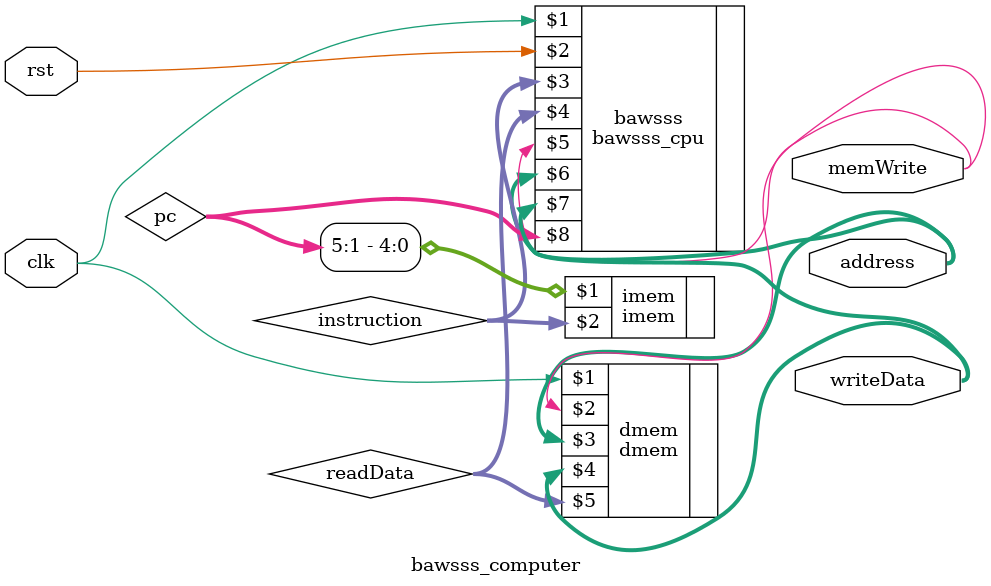
<source format=sv>

`ifndef BAWSSS_COMPUTER
`define BAWSSS_COMPUTER
`timescale 1ns/100ps

`include "../bawsss_cpu/bawsss_cpu.sv"
`include "../imem/imem.sv"
`include "../dmem/dmem.sv"

module bawsss_computer (
    input logic clk, rst,
    output logic [15:0] writeData, address,
    output logic memWrite
    );

    logic [15:0] instruction, readData, pc;

    bawsss_cpu bawsss(
        clk,
        rst,
        instruction,
        readData,
        memWrite,
        address,
        writeData,
        pc
    );


    imem imem(
        pc[5:1],
        instruction
    );

    dmem dmem(
        clk,
        memWrite,
        address,
        writeData,
        readData
    );

endmodule

`endif // BAWSSS_COMPUTER
</source>
